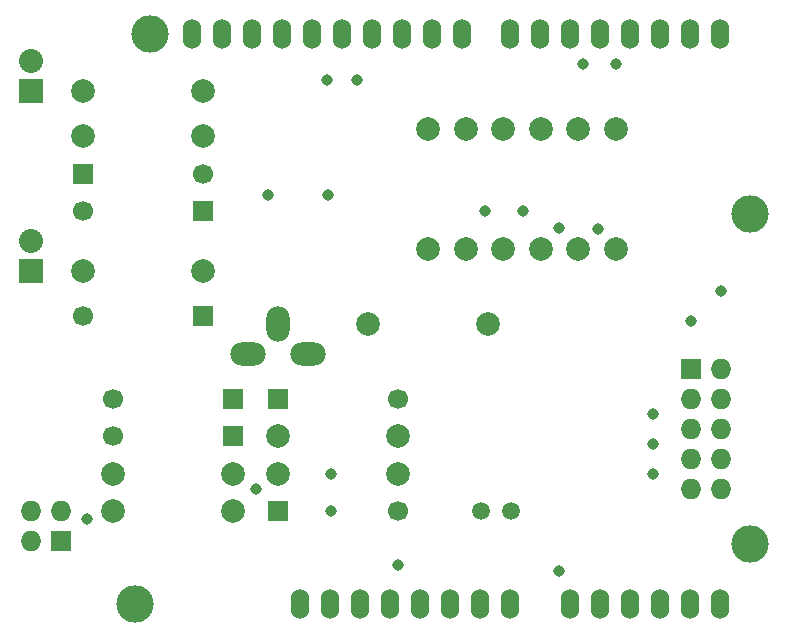
<source format=gbr>
G04 #@! TF.FileFunction,Soldermask,Top*
%FSLAX46Y46*%
G04 Gerber Fmt 4.6, Leading zero omitted, Abs format (unit mm)*
G04 Created by KiCad (PCBNEW (after 2015-mar-04 BZR unknown)-product) date Fri 28 Oct 2016 11:36:01 AM CEST*
%MOMM*%
G01*
G04 APERTURE LIST*
%ADD10C,0.100000*%
%ADD11C,0.970000*%
%ADD12O,1.524000X2.540000*%
%ADD13C,3.175000*%
%ADD14R,1.727200X1.727200*%
%ADD15O,1.727200X1.727200*%
%ADD16R,2.032000X2.032000*%
%ADD17O,2.032000X2.032000*%
%ADD18C,1.501140*%
%ADD19C,1.699260*%
%ADD20R,1.699260X1.699260*%
%ADD21O,1.998980X2.999740*%
%ADD22O,2.999740X1.998980*%
%ADD23C,1.998980*%
G04 APERTURE END LIST*
D10*
D11*
X173736000Y-67818000D03*
X178816000Y-67818000D03*
X212090000Y-75946000D03*
X209550000Y-78486000D03*
X184785000Y-99187000D03*
X203200000Y-56769000D03*
X200406000Y-56769000D03*
X201676000Y-70739000D03*
X198374000Y-70612000D03*
X195326000Y-69215000D03*
X192151000Y-69215000D03*
X181254400Y-58089800D03*
X178739800Y-58089800D03*
X158394400Y-95300800D03*
X172720000Y-92710000D03*
X179070000Y-94615000D03*
X198374000Y-99695000D03*
X179070000Y-94615000D03*
X179070000Y-91440000D03*
X206375000Y-86360000D03*
X206375000Y-88900000D03*
D12*
X212001100Y-102463600D03*
X209461100Y-102463600D03*
X206921100Y-102463600D03*
X199301100Y-102463600D03*
X201841100Y-102463600D03*
X204381100Y-102463600D03*
X194221100Y-102463600D03*
X191681100Y-102463600D03*
X189141100Y-102463600D03*
X184061100Y-102463600D03*
X181521100Y-102463600D03*
X212001100Y-54203600D03*
X209461100Y-54203600D03*
X206921100Y-54203600D03*
X204381100Y-54203600D03*
X201841100Y-54203600D03*
X199301100Y-54203600D03*
X196761100Y-54203600D03*
X194221100Y-54203600D03*
X190157100Y-54203600D03*
X187617100Y-54203600D03*
X185077100Y-54203600D03*
X182537100Y-54203600D03*
X179997100Y-54203600D03*
X177457100Y-54203600D03*
X174917100Y-54203600D03*
X172377100Y-54203600D03*
X186601100Y-102463600D03*
D13*
X214541100Y-97383600D03*
X214541100Y-69443600D03*
X163741100Y-54203600D03*
X162471100Y-102463600D03*
D12*
X169837100Y-54203600D03*
X167297100Y-54203600D03*
X178981100Y-102463600D03*
X176441100Y-102463600D03*
D14*
X209550000Y-82550000D03*
D15*
X212090000Y-82550000D03*
X209550000Y-85090000D03*
X212090000Y-85090000D03*
X209550000Y-87630000D03*
X212090000Y-87630000D03*
X209550000Y-90170000D03*
X212090000Y-90170000D03*
X209550000Y-92710000D03*
X212090000Y-92710000D03*
D14*
X156210000Y-97155000D03*
D15*
X153670000Y-97155000D03*
X156210000Y-94615000D03*
X153670000Y-94615000D03*
D16*
X153670000Y-74295000D03*
D17*
X153670000Y-71755000D03*
D16*
X153670000Y-59055000D03*
D17*
X153670000Y-56515000D03*
D18*
X194310000Y-94615000D03*
X191770000Y-94615000D03*
D19*
X160655000Y-88265000D03*
D20*
X170815000Y-88265000D03*
D19*
X184785000Y-94615000D03*
D20*
X174625000Y-94615000D03*
D19*
X158115000Y-69215000D03*
D20*
X168275000Y-69215000D03*
D19*
X168275000Y-66040000D03*
D20*
X158115000Y-66040000D03*
D19*
X160655000Y-85090000D03*
D20*
X170815000Y-85090000D03*
D19*
X184785000Y-85090000D03*
D20*
X174625000Y-85090000D03*
D19*
X158115000Y-78105000D03*
D20*
X168275000Y-78105000D03*
D21*
X174625000Y-78740000D03*
D22*
X172085000Y-81280000D03*
X177165000Y-81280000D03*
D23*
X168275000Y-59055000D03*
X158115000Y-59055000D03*
X170815000Y-94615000D03*
X160655000Y-94615000D03*
X170815000Y-91440000D03*
X160655000Y-91440000D03*
X174625000Y-91440000D03*
X184785000Y-91440000D03*
X158115000Y-62865000D03*
X168275000Y-62865000D03*
X174625000Y-88265000D03*
X184785000Y-88265000D03*
X192405000Y-78740000D03*
X182245000Y-78740000D03*
X187325000Y-72390000D03*
X187325000Y-62230000D03*
X190500000Y-72390000D03*
X190500000Y-62230000D03*
X193675000Y-72390000D03*
X193675000Y-62230000D03*
X196850000Y-72390000D03*
X196850000Y-62230000D03*
X200025000Y-72390000D03*
X200025000Y-62230000D03*
X203200000Y-72390000D03*
X203200000Y-62230000D03*
X158115000Y-74295000D03*
X168275000Y-74295000D03*
D11*
X206375000Y-91440000D03*
M02*

</source>
